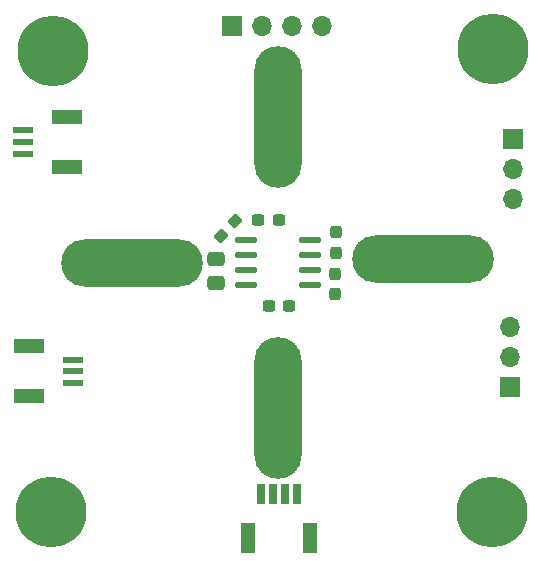
<source format=gbr>
%TF.GenerationSoftware,KiCad,Pcbnew,7.0.5*%
%TF.CreationDate,2024-01-14T19:57:34+08:00*%
%TF.ProjectId,encoder,656e636f-6465-4722-9e6b-696361645f70,rev?*%
%TF.SameCoordinates,Original*%
%TF.FileFunction,Soldermask,Top*%
%TF.FilePolarity,Negative*%
%FSLAX46Y46*%
G04 Gerber Fmt 4.6, Leading zero omitted, Abs format (unit mm)*
G04 Created by KiCad (PCBNEW 7.0.5) date 2024-01-14 19:57:34*
%MOMM*%
%LPD*%
G01*
G04 APERTURE LIST*
G04 Aperture macros list*
%AMRoundRect*
0 Rectangle with rounded corners*
0 $1 Rounding radius*
0 $2 $3 $4 $5 $6 $7 $8 $9 X,Y pos of 4 corners*
0 Add a 4 corners polygon primitive as box body*
4,1,4,$2,$3,$4,$5,$6,$7,$8,$9,$2,$3,0*
0 Add four circle primitives for the rounded corners*
1,1,$1+$1,$2,$3*
1,1,$1+$1,$4,$5*
1,1,$1+$1,$6,$7*
1,1,$1+$1,$8,$9*
0 Add four rect primitives between the rounded corners*
20,1,$1+$1,$2,$3,$4,$5,0*
20,1,$1+$1,$4,$5,$6,$7,0*
20,1,$1+$1,$6,$7,$8,$9,0*
20,1,$1+$1,$8,$9,$2,$3,0*%
G04 Aperture macros list end*
%ADD10RoundRect,0.237500X0.300000X0.237500X-0.300000X0.237500X-0.300000X-0.237500X0.300000X-0.237500X0*%
%ADD11R,1.700000X1.700000*%
%ADD12O,1.700000X1.700000*%
%ADD13R,1.710000X0.600000*%
%ADD14R,2.550000X1.200000*%
%ADD15O,4.000000X12.000000*%
%ADD16O,12.000000X4.000000*%
%ADD17C,3.400000*%
%ADD18C,6.000000*%
%ADD19RoundRect,0.237500X-0.237500X0.300000X-0.237500X-0.300000X0.237500X-0.300000X0.237500X0.300000X0*%
%ADD20RoundRect,0.237500X0.044194X0.380070X-0.380070X-0.044194X-0.044194X-0.380070X0.380070X0.044194X0*%
%ADD21RoundRect,0.237500X0.237500X-0.300000X0.237500X0.300000X-0.237500X0.300000X-0.237500X-0.300000X0*%
%ADD22RoundRect,0.250000X-0.475000X0.337500X-0.475000X-0.337500X0.475000X-0.337500X0.475000X0.337500X0*%
%ADD23R,0.700000X1.750000*%
%ADD24R,1.200000X2.550000*%
%ADD25RoundRect,0.237500X-0.300000X-0.237500X0.300000X-0.237500X0.300000X0.237500X-0.300000X0.237500X0*%
%ADD26O,1.950000X0.568000*%
G04 APERTURE END LIST*
D10*
%TO.C,R1*%
X141762500Y-77400000D03*
X140037500Y-77400000D03*
%TD*%
D11*
%TO.C,J2*%
X160700000Y-63260000D03*
D12*
X160700000Y-65800000D03*
X160700000Y-68340000D03*
%TD*%
D13*
%TO.C,J6*%
X119220000Y-64500000D03*
X119220000Y-63500000D03*
X119220000Y-62500000D03*
D14*
X122960000Y-61390000D03*
X122960000Y-65610000D03*
%TD*%
D15*
%TO.C,H2*%
X140800000Y-86000000D03*
%TD*%
D16*
%TO.C,H4*%
X153100000Y-73400000D03*
%TD*%
D17*
%TO.C,H8*%
X159000000Y-55600000D03*
D18*
X159000000Y-55600000D03*
%TD*%
D19*
%TO.C,R2*%
X145700000Y-71137500D03*
X145700000Y-72862500D03*
%TD*%
D13*
%TO.C,J5*%
X123480000Y-81900000D03*
X123480000Y-82900000D03*
X123480000Y-83900000D03*
D14*
X119740000Y-85010000D03*
X119740000Y-80790000D03*
%TD*%
D15*
%TO.C,H3*%
X140800000Y-61375000D03*
%TD*%
D16*
%TO.C,H1*%
X128475000Y-73700000D03*
%TD*%
D20*
%TO.C,R4*%
X137209880Y-70190120D03*
X135990120Y-71409880D03*
%TD*%
D21*
%TO.C,R3*%
X145600000Y-76362500D03*
X145600000Y-74637500D03*
%TD*%
D17*
%TO.C,H5*%
X121800000Y-55800000D03*
D18*
X121800000Y-55800000D03*
%TD*%
D22*
%TO.C,C2*%
X135600000Y-73362500D03*
X135600000Y-75437500D03*
%TD*%
D17*
%TO.C,H7*%
X158900000Y-94800000D03*
D18*
X158900000Y-94800000D03*
%TD*%
D23*
%TO.C,J4*%
X139400000Y-93309500D03*
X140400000Y-93309500D03*
X141400000Y-93309500D03*
X142400000Y-93309500D03*
D24*
X138290000Y-97049500D03*
X143510000Y-97049500D03*
%TD*%
D25*
%TO.C,C1*%
X139137500Y-70100000D03*
X140862500Y-70100000D03*
%TD*%
D11*
%TO.C,J1*%
X160475000Y-84225000D03*
D12*
X160475000Y-81685000D03*
X160475000Y-79145000D03*
%TD*%
D17*
%TO.C,H6*%
X121600000Y-94800000D03*
D18*
X121600000Y-94800000D03*
%TD*%
D11*
%TO.C,J3*%
X136920000Y-53700000D03*
D12*
X139460000Y-53700000D03*
X142000000Y-53700000D03*
X144540000Y-53700000D03*
%TD*%
D26*
%TO.C,U2*%
X138100000Y-71760000D03*
X138100000Y-73030000D03*
X138100000Y-74300000D03*
X138100000Y-75570000D03*
X143510000Y-75570000D03*
X143510000Y-74300000D03*
X143510000Y-73030000D03*
X143510000Y-71760000D03*
%TD*%
M02*

</source>
